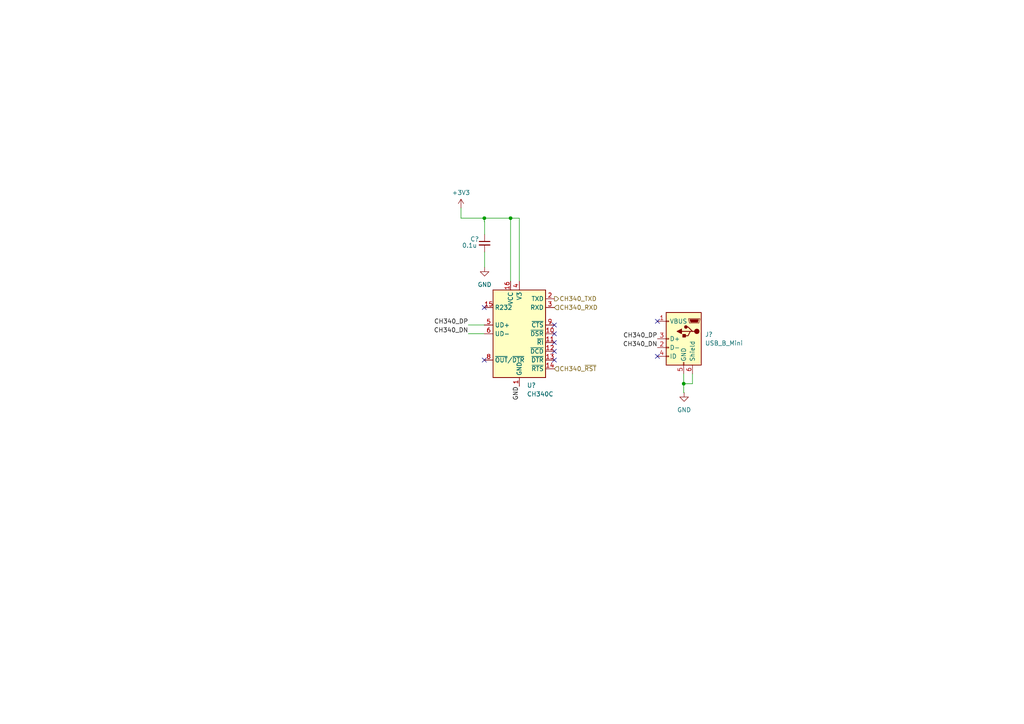
<source format=kicad_sch>
(kicad_sch (version 20231120) (generator "eeschema") (generator_version "8.0")
  (paper "A4")
  (title_block (title "Mixed Signal Board Project") (date "2024-06-24") (rev "V1.0") (company "open source") (comment 1 "this project for learning purposes"))
  (lib_symbols
    (symbol "Connector:USB_B_Mini" (pin_names (offset 1.016))
      (property "Reference" "J" (at -5.08 11.43 0))
      (property "Value" "USB_B_Mini" (at -5.08 8.89 0))
      (symbol "USB_B_Mini_0_1"
        (rectangle (start -5.08 -7.62) (end 5.08 7.62) (stroke (width 0.254)) (fill (type background)))
        (circle (center -3.81 2.159) (radius 0.635) (stroke (width 0.254)) (fill (type outline)))
        (circle (center -0.635 3.429) (radius 0.381) (stroke (width 0.254)) (fill (type outline)))
        (rectangle (start -0.127 -7.62) (end 0.127 -6.858))
        (polyline (pts (xy -1.905 2.159) (xy 0.635 2.159)) (stroke (width 0.254)))
        (polyline (pts (xy -3.175 2.159) (xy -2.54 2.159) (xy -1.27 3.429) (xy -0.635 3.429)) (stroke (width 0.254)))
        (polyline (pts (xy -2.54 2.159) (xy -1.905 2.159) (xy -1.27 0.889) (xy 0 0.889)) (stroke (width 0.254)))
        (polyline (pts (xy 0.635 2.794) (xy 0.635 1.524) (xy 1.905 2.159) (xy 0.635 2.794)) (stroke (width 0.254)) (fill (type outline)))
        (polyline (pts (xy -4.318 5.588) (xy -1.778 5.588) (xy -2.032 4.826) (xy -4.064 4.826) (xy -4.318 5.588)) (fill (type outline)))
        (polyline (pts (xy -4.699 5.842) (xy -4.699 5.588) (xy -4.445 4.826) (xy -4.445 4.572) (xy -1.651 4.572) (xy -1.651 4.826) (xy -1.397 5.588) (xy -1.397 5.842) (xy -4.699 5.842)))
        (rectangle (start 0.254 1.27) (end -0.508 0.508) (stroke (width 0.254)) (fill (type outline)))
        (rectangle (start 5.08 -5.207) (end 4.318 -4.953))
        (rectangle (start 5.08 -2.667) (end 4.318 -2.413))
        (rectangle (start 5.08 -0.127) (end 4.318 0.127))
        (rectangle (start 5.08 4.953) (end 4.318 5.207))
      )
      (symbol "USB_B_Mini_1_1"
        (pin power_out line (at 7.62 5.08 180) (length 2.54) (name "VBUS") (number "1"))
        (pin bidirectional line (at 7.62 -2.54 180) (length 2.54) (name "D-") (number "2"))
        (pin bidirectional line (at 7.62 0 180) (length 2.54) (name "D+") (number "3"))
        (pin passive line (at 7.62 -5.08 180) (length 2.54) (name "ID") (number "4"))
        (pin power_out line (at 0 -10.16 90) (length 2.54) (name "GND") (number "5"))
        (pin passive line (at -2.54 -10.16 90) (length 2.54) (name "Shield") (number "6"))
      )
    )
    (symbol "Device:C_Small" (pin_numbers hide) (pin_names (offset 0.254) hide)
      (property "Reference" "C" (at 0.254 1.778 0))
      (property "Value" "C_Small" (at 0.254 -2.032 0))
      (symbol "C_Small_0_1"
        (polyline (pts (xy -1.524 -0.508) (xy 1.524 -0.508)) (stroke (width 0.3302)))
        (polyline (pts (xy -1.524 0.508) (xy 1.524 0.508)) (stroke (width 0.3048)))
      )
      (symbol "C_Small_1_1"
        (pin passive line (at 0 2.54 270) (length 2.032) (name "~") (number "1"))
        (pin passive line (at 0 -2.54 90) (length 2.032) (name "~") (number "2"))
      )
    )
    (symbol "Interface_USB:CH340C"
      (property "Reference" "U501" (at 2.1941 -14.9488 0))
      (property "Value" "CH340C" (at 2.1941 -17.4888 0))
      (symbol "CH340C_0_1"
        (rectangle (start -7.62 12.7) (end 7.62 -12.7) (stroke (width 0.254)) (fill (type background)))
      )
      (symbol "CH340C_1_1"
        (pin power_in line (at 0 -15.24 90) (length 2.54) (name "GND") (number "1"))
        (pin input line (at 10.16 0 180) (length 2.54) (name "~{DSR}") (number "10"))
        (pin input line (at 10.16 -2.54 180) (length 2.54) (name "~{RI}") (number "11"))
        (pin input line (at 10.16 -5.08 180) (length 2.54) (name "~{DCD}") (number "12"))
        (pin output line (at 10.16 -7.62 180) (length 2.54) (name "~{DTR}") (number "13"))
        (pin output line (at 10.16 -10.16 180) (length 2.54) (name "~{RTS}") (number "14"))
        (pin input line (at -10.16 7.62 0) (length 2.54) (name "R232") (number "15"))
        (pin power_in line (at -2.54 15.24 270) (length 2.54) (name "VCC") (number "16"))
        (pin output line (at 10.16 10.16 180) (length 2.54) (name "TXD") (number "2"))
        (pin input line (at 10.16 7.62 180) (length 2.54) (name "RXD") (number "3"))
        (pin passive line (at 0 15.24 270) (length 2.54) (name "V3") (number "4"))
        (pin bidirectional line (at -10.16 2.54 0) (length 2.54) (name "UD+") (number "5"))
        (pin bidirectional line (at -10.16 0 0) (length 2.54) (name "UD-") (number "6"))
        (pin no_connect line (at -7.62 -5.08 0) (length 2.54) hide (name "NC") (number "7"))
        (pin output line (at -10.16 -7.62 0) (length 2.54) (name "~{OUT}/~{DTR}") (number "8"))
        (pin input line (at 10.16 2.54 180) (length 2.54) (name "~{CTS}") (number "9"))
      )
    )
    (symbol "power:+3V3" (power) (pin_names (offset 0))
      (property "Value" "+3V3" (at 0 3.556 0))
      (symbol "+3V3_0_1"
        (polyline (pts (xy -0.762 1.27) (xy 0 2.54)))
        (polyline (pts (xy 0 0) (xy 0 2.54)))
        (polyline (pts (xy 0 2.54) (xy 0.762 1.27)))
      )
      (symbol "+3V3_1_1"
        (pin power_in line (at 0 0 90) (length 0) hide (name "+3V3") (number "1"))
      )
    )
    (symbol "power:GND" (power) (pin_names (offset 0))
      (property "Value" "GND" (at 0 -3.81 0))
      (symbol "GND_0_1"
        (polyline (pts (xy 0 0) (xy 0 -1.27) (xy 1.27 -1.27) (xy 0 -2.54) (xy -1.27 -1.27) (xy 0 -1.27)))
      )
      (symbol "GND_1_1"
        (pin power_in line (at 0 0 270) (length 0) hide (name "GND") (number "1"))
      )
    )
  )
  (junction (at 198.3008 111.2866))
  (junction (at 148.085 63.2802))
  (junction (at 140.4801 63.2802))
  (no_connect (at 190.6808 103.3494))
  (no_connect (at 140.465 89.1912))
  (no_connect (at 160.785 96.8112))
  (no_connect (at 160.785 101.8912))
  (no_connect (at 160.785 94.2712))
  (no_connect (at 140.465 104.4312))
  (no_connect (at 190.6808 93.1894))
  (no_connect (at 160.785 99.3512))
  (no_connect (at 160.785 104.4312))
  (wire (pts (xy 140.4801 64.2681) (xy 140.4801 63.2802)))
  (wire (pts (xy 140.465 96.7986) (xy 140.465 96.8112)))
  (wire (pts (xy 140.5506 73.0885) (xy 140.5506 77.5345)))
  (wire (pts (xy 150.625 63.2802) (xy 150.625 81.5712)))
  (wire (pts (xy 148.085 63.2802) (xy 140.4801 63.2802)))
  (wire (pts (xy 140.465 94.2586) (xy 140.465 94.2712)))
  (wire (pts (xy 140.4801 63.2802) (xy 133.7057 63.2802)))
  (wire (pts (xy 198.3008 111.2866) (xy 198.3008 113.8775)))
  (wire (pts (xy 140.5506 68.0085) (xy 140.5506 64.2681)))
  (wire (pts (xy 133.7057 63.2802) (xy 133.7057 60.3164)))
  (wire (pts (xy 198.3008 108.4294) (xy 198.3008 111.2866)))
  (wire (pts (xy 200.8408 108.4294) (xy 200.8408 111.2866)))
  (wire (pts (xy 135.8227 96.7986) (xy 140.465 96.7986)))
  (wire (pts (xy 198.3008 113.8775) (xy 198.4227 113.8775)))
  (wire (pts (xy 135.8227 94.2586) (xy 140.465 94.2586)))
  (wire (pts (xy 140.5506 64.2681) (xy 140.4801 64.2681)))
  (wire (pts (xy 200.8408 111.2866) (xy 198.3008 111.2866)))
  (wire (pts (xy 148.085 81.5712) (xy 148.085 63.2802)))
  (wire (pts (xy 150.625 63.2802) (xy 148.085 63.2802)))
  (label "CH340_DP" (at 190.6808 98.2694 180))
  (label "GND" (at 150.625 112.0512 270))
  (label "CH340_DN" (at 190.6808 100.8094 180))
  (label "CH340_DN" (at 135.8227 96.7986 180))
  (label "CH340_DP" (at 135.8227 94.2586 180))
  (hierarchical_label "CH340_RXD" (shape input) (at 160.785 89.1912 0))
  (hierarchical_label "CH340_TXD" (shape output) (at 160.785 86.6512 0))
  (hierarchical_label "CH340_~{RST}" (shape input) (at 160.785 106.9712 0))
  (symbol (lib_id "Interface_USB:CH340C") (at 150.625 96.8112 0) (unit 1)
    (property "Reference" "U?" (at 152.8191 111.76 0) (effects (justify left)))
    (property "Value" "CH340C" (at 152.8191 114.3 0) (effects (justify left)))
    (property "Footprint" "Package_SO:SOIC-16_3.9x9.9mm_P1.27mm" (effects (hide yes)))
    (property "Datasheet" "https://datasheet.lcsc.com/szlcsc/Jiangsu-Qin-Heng-CH340C_C84681.pdf" (effects (hide yes)))
    (property "Description" "USB serial converter, UART, SOIC-16" (effects (hide yes)))
  )
  (symbol (lib_id "power:GND") (at 198.4227 113.8775 0) (unit 1)
    (property "Reference" "#PWR0612" (effects (hide yes)))
    (property "Value" "GND" (at 198.4227 118.893 0))
    (property "Description" "Power symbol creates a global label with name \"GND\" , ground" (effects (hide yes)))
  )
  (symbol (lib_id "power:+3V3") (at 133.7057 60.3164 0) (unit 1)
    (property "Reference" "#PWR0610" (effects (hide yes)))
    (property "Value" "+3V3" (at 133.7057 55.88 0))
    (property "Description" "Power symbol creates a global label with name \"+3V3\"" (effects (hide yes)))
  )
  (symbol (lib_id "Connector:USB_B_Mini") (at 198.3008 98.2694 0) (mirror y) (unit 1)
    (property "Reference" "J?" (at 204.47 96.9993 0) (effects (justify right)))
    (property "Value" "USB_B_Mini" (at 204.47 99.5393 0) (effects (justify right)))
    (property "Footprint" "Connector_USB:USB_Micro-B_Molex_47346-0001" (effects (hide yes)))
    (property "Description" "USB Mini Type B connector" (effects (hide yes)))
  )
  (symbol (lib_id "Device:C_Small") (at 140.5506 70.5485 0) (unit 1)
    (property "Reference" "C?" (at 136.3872 69.3488 0) (effects (justify left)))
    (property "Value" "0.1u" (at 133.988 71.1836 0) (effects (justify left)))
    (property "Footprint" "Capacitor_SMD:C_0805_2012Metric" (effects (hide yes)))
    (property "Description" "Unpolarized capacitor, small symbol" (effects (hide yes)))
  )
  (symbol (lib_id "power:GND") (at 140.5506 77.5345 0) (unit 1)
    (property "Reference" "#PWR0611" (effects (hide yes)))
    (property "Value" "GND" (at 140.5506 82.55 0))
    (property "Description" "Power symbol creates a global label with name \"GND\" , ground" (effects (hide yes)))
  )
)
</source>
